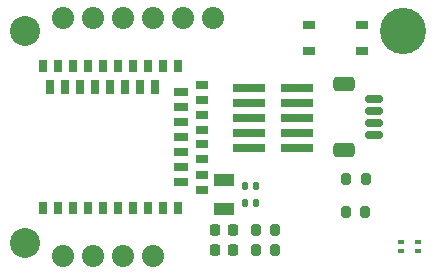
<source format=gbr>
%TF.GenerationSoftware,KiCad,Pcbnew,8.0.4*%
%TF.CreationDate,2024-08-13T11:19:50+12:00*%
%TF.ProjectId,yuzu-pcb,79757a75-2d70-4636-922e-6b696361645f,rev?*%
%TF.SameCoordinates,Original*%
%TF.FileFunction,Soldermask,Top*%
%TF.FilePolarity,Negative*%
%FSLAX46Y46*%
G04 Gerber Fmt 4.6, Leading zero omitted, Abs format (unit mm)*
G04 Created by KiCad (PCBNEW 8.0.4) date 2024-08-13 11:19:50*
%MOMM*%
%LPD*%
G01*
G04 APERTURE LIST*
G04 Aperture macros list*
%AMRoundRect*
0 Rectangle with rounded corners*
0 $1 Rounding radius*
0 $2 $3 $4 $5 $6 $7 $8 $9 X,Y pos of 4 corners*
0 Add a 4 corners polygon primitive as box body*
4,1,4,$2,$3,$4,$5,$6,$7,$8,$9,$2,$3,0*
0 Add four circle primitives for the rounded corners*
1,1,$1+$1,$2,$3*
1,1,$1+$1,$4,$5*
1,1,$1+$1,$6,$7*
1,1,$1+$1,$8,$9*
0 Add four rect primitives between the rounded corners*
20,1,$1+$1,$2,$3,$4,$5,0*
20,1,$1+$1,$4,$5,$6,$7,0*
20,1,$1+$1,$6,$7,$8,$9,0*
20,1,$1+$1,$8,$9,$2,$3,0*%
G04 Aperture macros list end*
%ADD10RoundRect,0.200000X0.200000X0.275000X-0.200000X0.275000X-0.200000X-0.275000X0.200000X-0.275000X0*%
%ADD11RoundRect,0.150000X0.625000X-0.150000X0.625000X0.150000X-0.625000X0.150000X-0.625000X-0.150000X0*%
%ADD12RoundRect,0.250000X0.650000X-0.350000X0.650000X0.350000X-0.650000X0.350000X-0.650000X-0.350000X0*%
%ADD13RoundRect,0.218750X0.218750X0.256250X-0.218750X0.256250X-0.218750X-0.256250X0.218750X-0.256250X0*%
%ADD14C,2.540000*%
%ADD15R,1.800000X1.000000*%
%ADD16RoundRect,0.140000X-0.140000X-0.170000X0.140000X-0.170000X0.140000X0.170000X-0.140000X0.170000X0*%
%ADD17C,1.878000*%
%ADD18RoundRect,0.200000X-0.200000X-0.275000X0.200000X-0.275000X0.200000X0.275000X-0.200000X0.275000X0*%
%ADD19R,0.500000X0.300000*%
%ADD20C,3.911600*%
%ADD21R,2.790000X0.740000*%
%ADD22R,0.800000X1.000000*%
%ADD23R,0.800000X0.999700*%
%ADD24R,1.000000X0.800000*%
%ADD25R,1.200000X0.800000*%
%ADD26R,1.000000X0.745000*%
%ADD27R,1.000000X0.765000*%
%ADD28R,1.000000X0.785000*%
%ADD29R,0.800000X1.200000*%
%ADD30R,1.000000X0.700000*%
G04 APERTURE END LIST*
D10*
%TO.C,R2*%
X131315000Y-115050000D03*
X129665000Y-115050000D03*
%TD*%
D11*
%TO.C,J2*%
X132025000Y-111300000D03*
X132025000Y-110300000D03*
X132025000Y-109300000D03*
X132025000Y-108300000D03*
D12*
X129500000Y-112600000D03*
X129500000Y-107000000D03*
%TD*%
D13*
%TO.C,D2*%
X120107500Y-119350000D03*
X118532500Y-119350000D03*
%TD*%
D14*
%TO.C,REF\u002A\u002A*%
X102500000Y-120500000D03*
%TD*%
D15*
%TO.C,X2*%
X119320000Y-115100000D03*
X119320000Y-117600000D03*
%TD*%
D16*
%TO.C,C3*%
X121090000Y-115600000D03*
X122050000Y-115600000D03*
%TD*%
D10*
%TO.C,R3*%
X131275000Y-117800000D03*
X129625000Y-117800000D03*
%TD*%
D17*
%TO.C,TP3*%
X110780000Y-121600000D03*
%TD*%
%TO.C,TP2*%
X108240000Y-121600000D03*
%TD*%
%TO.C,TP9*%
X115860000Y-101400000D03*
%TD*%
D18*
%TO.C,R1*%
X121995000Y-121100000D03*
X123645000Y-121100000D03*
%TD*%
D17*
%TO.C,TP4*%
X113320000Y-121600000D03*
%TD*%
D19*
%TO.C,U2*%
X134300000Y-120350000D03*
X134300000Y-121150000D03*
X135700000Y-121150000D03*
X135700000Y-120350000D03*
%TD*%
D17*
%TO.C,TP6*%
X108240000Y-101400000D03*
%TD*%
D18*
%TO.C,R4*%
X121995000Y-119350000D03*
X123645000Y-119350000D03*
%TD*%
D16*
%TO.C,C1*%
X121090000Y-117100000D03*
X122050000Y-117100000D03*
%TD*%
D17*
%TO.C,TP1*%
X105700000Y-121600000D03*
%TD*%
%TO.C,TP5*%
X105700000Y-101400000D03*
%TD*%
D20*
%TO.C,REF\u002A\u002A*%
X134500000Y-102500000D03*
%TD*%
D14*
%TO.C,REF\u002A\u002A*%
X102500000Y-102500000D03*
%TD*%
D17*
%TO.C,TP10*%
X118400000Y-101400000D03*
%TD*%
D21*
%TO.C,J1*%
X125482000Y-112390000D03*
X121418000Y-112390000D03*
X125482000Y-111120000D03*
X121418000Y-111120000D03*
X125482000Y-109850000D03*
X121418000Y-109850000D03*
X125482000Y-108580000D03*
X121418000Y-108580000D03*
X125482000Y-107310000D03*
X121418000Y-107310000D03*
%TD*%
D22*
%TO.C,U1*%
X103950000Y-117500000D03*
X105220000Y-117500000D03*
X106490000Y-117500000D03*
X107760000Y-117500000D03*
X109030000Y-117500000D03*
X110300000Y-117500000D03*
X111570000Y-117500000D03*
X112840000Y-117500000D03*
D23*
X114107200Y-117500150D03*
D22*
X115380000Y-117500000D03*
D24*
X117480000Y-115945000D03*
D25*
X115680000Y-115309750D03*
D24*
X117480000Y-114675000D03*
D25*
X115680000Y-114039750D03*
D26*
X117480000Y-113377500D03*
D25*
X115680000Y-112769750D03*
D27*
X117480000Y-112117500D03*
D25*
X115680000Y-111499750D03*
D28*
X117480000Y-110857500D03*
D25*
X115680000Y-110229750D03*
D24*
X117480000Y-109595000D03*
D25*
X115680000Y-108959750D03*
D24*
X117480000Y-108325000D03*
D25*
X115680000Y-107690000D03*
D24*
X117480000Y-107055000D03*
D22*
X115380000Y-105500000D03*
X114110000Y-105500000D03*
D29*
X113475000Y-107300000D03*
D22*
X112840000Y-105500000D03*
D29*
X112205000Y-107300000D03*
D22*
X111570000Y-105500000D03*
D29*
X110935000Y-107300000D03*
D22*
X110300000Y-105500000D03*
D29*
X109665000Y-107300000D03*
D22*
X109030000Y-105500000D03*
D29*
X108395000Y-107300000D03*
D22*
X107760000Y-105500000D03*
D29*
X107125000Y-107300000D03*
D22*
X106490000Y-105500000D03*
D29*
X105855000Y-107300000D03*
D23*
X105222800Y-105499850D03*
D29*
X104590000Y-107300000D03*
D22*
X103950000Y-105500000D03*
%TD*%
D30*
%TO.C,SW1*%
X126490000Y-102025000D03*
X130990000Y-102025000D03*
X126490000Y-104175000D03*
X130990000Y-104175000D03*
%TD*%
D13*
%TO.C,D1*%
X120107500Y-121100000D03*
X118532500Y-121100000D03*
%TD*%
D17*
%TO.C,TP8*%
X113320000Y-101400000D03*
%TD*%
%TO.C,TP7*%
X110780000Y-101400000D03*
%TD*%
M02*

</source>
